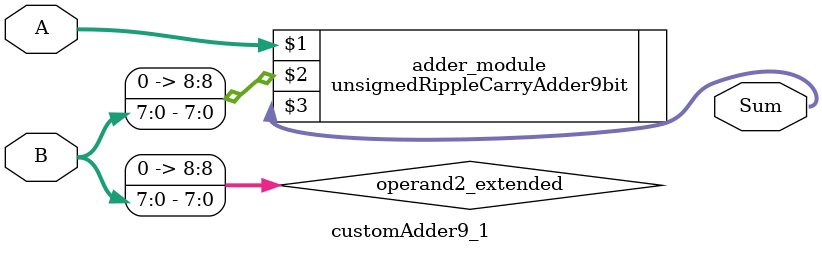
<source format=v>

module customAdder9_1(
                    input [8 : 0] A,
                    input [7 : 0] B,
                    
                    output [9 : 0] Sum
            );

    wire [8 : 0] operand2_extended;
    
    assign operand2_extended =  {1'b0, B};
    
    unsignedRippleCarryAdder9bit adder_module(
        A,
        operand2_extended,
        Sum
    );
    
endmodule
        
</source>
